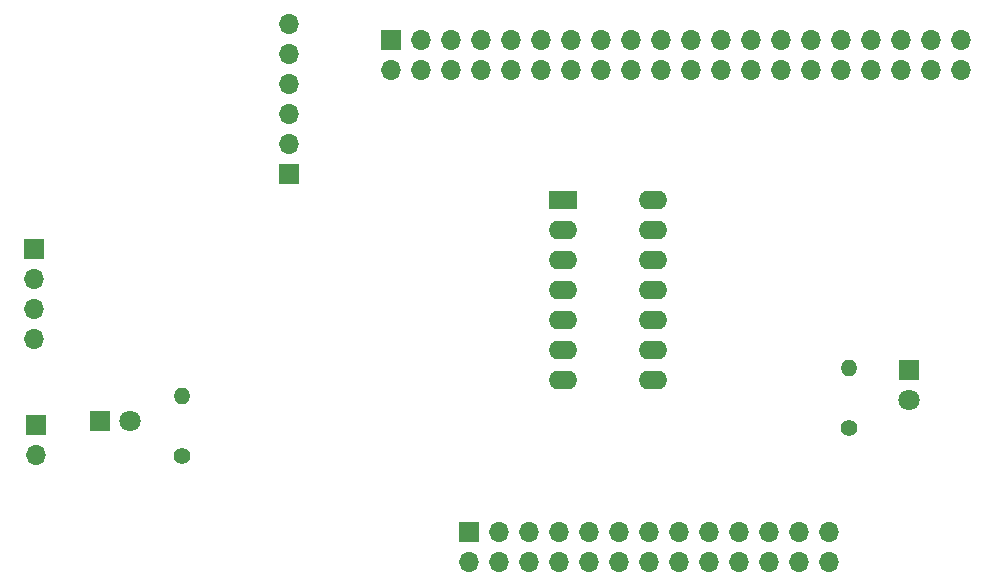
<source format=gts>
G04 #@! TF.GenerationSoftware,KiCad,Pcbnew,(5.1.10)-1*
G04 #@! TF.CreationDate,2023-02-08T16:19:39+02:00*
G04 #@! TF.ProjectId,rpi_shieled_2,7270695f-7368-4696-956c-65645f322e6b,rev?*
G04 #@! TF.SameCoordinates,Original*
G04 #@! TF.FileFunction,Soldermask,Top*
G04 #@! TF.FilePolarity,Negative*
%FSLAX46Y46*%
G04 Gerber Fmt 4.6, Leading zero omitted, Abs format (unit mm)*
G04 Created by KiCad (PCBNEW (5.1.10)-1) date 2023-02-08 16:19:39*
%MOMM*%
%LPD*%
G01*
G04 APERTURE LIST*
%ADD10R,1.800000X1.800000*%
%ADD11C,1.800000*%
%ADD12O,1.700000X1.700000*%
%ADD13R,1.700000X1.700000*%
%ADD14C,1.400000*%
%ADD15O,1.400000X1.400000*%
%ADD16O,2.400000X1.600000*%
%ADD17R,2.400000X1.600000*%
G04 APERTURE END LIST*
D10*
X178650000Y-109110000D03*
D11*
X178650000Y-111650000D03*
X112660000Y-113470000D03*
D10*
X110120000Y-113470000D03*
D12*
X183030000Y-83690000D03*
X183030000Y-81150000D03*
X180490000Y-83690000D03*
X180490000Y-81150000D03*
X177950000Y-83690000D03*
X177950000Y-81150000D03*
X175410000Y-83690000D03*
X175410000Y-81150000D03*
X172870000Y-83690000D03*
X172870000Y-81150000D03*
X170330000Y-83690000D03*
X170330000Y-81150000D03*
X167790000Y-83690000D03*
X167790000Y-81150000D03*
X165250000Y-83690000D03*
X165250000Y-81150000D03*
X162710000Y-83690000D03*
X162710000Y-81150000D03*
X160170000Y-83690000D03*
X160170000Y-81150000D03*
X157630000Y-83690000D03*
X157630000Y-81150000D03*
X155090000Y-83690000D03*
X155090000Y-81150000D03*
X152550000Y-83690000D03*
X152550000Y-81150000D03*
X150010000Y-83690000D03*
X150010000Y-81150000D03*
X147470000Y-83690000D03*
X147470000Y-81150000D03*
X144930000Y-83690000D03*
X144930000Y-81150000D03*
X142390000Y-83690000D03*
X142390000Y-81150000D03*
X139850000Y-83690000D03*
X139850000Y-81150000D03*
X137310000Y-83690000D03*
X137310000Y-81150000D03*
X134770000Y-83690000D03*
D13*
X134770000Y-81150000D03*
D12*
X104530000Y-106530000D03*
X104530000Y-103990000D03*
X104530000Y-101450000D03*
D13*
X104530000Y-98910000D03*
D12*
X104720000Y-116310000D03*
D13*
X104720000Y-113770000D03*
D12*
X126120000Y-79810000D03*
X126120000Y-82350000D03*
X126120000Y-84890000D03*
X126120000Y-87430000D03*
X126120000Y-89970000D03*
D13*
X126120000Y-92510000D03*
D12*
X171900000Y-125380000D03*
X171900000Y-122840000D03*
X169360000Y-125380000D03*
X169360000Y-122840000D03*
X166820000Y-125380000D03*
X166820000Y-122840000D03*
X164280000Y-125380000D03*
X164280000Y-122840000D03*
X161740000Y-125380000D03*
X161740000Y-122840000D03*
X159200000Y-125380000D03*
X159200000Y-122840000D03*
X156660000Y-125380000D03*
X156660000Y-122840000D03*
X154120000Y-125380000D03*
X154120000Y-122840000D03*
X151580000Y-125380000D03*
X151580000Y-122840000D03*
X149040000Y-125380000D03*
X149040000Y-122840000D03*
X146500000Y-125380000D03*
X146500000Y-122840000D03*
X143960000Y-125380000D03*
X143960000Y-122840000D03*
X141420000Y-125380000D03*
D13*
X141420000Y-122840000D03*
D14*
X173530000Y-114040000D03*
D15*
X173530000Y-108960000D03*
X117070000Y-111310000D03*
D14*
X117070000Y-116390000D03*
D16*
X156970000Y-94690000D03*
X149350000Y-109930000D03*
X156970000Y-97230000D03*
X149350000Y-107390000D03*
X156970000Y-99770000D03*
X149350000Y-104850000D03*
X156970000Y-102310000D03*
X149350000Y-102310000D03*
X156970000Y-104850000D03*
X149350000Y-99770000D03*
X156970000Y-107390000D03*
X149350000Y-97230000D03*
X156970000Y-109930000D03*
D17*
X149350000Y-94690000D03*
M02*

</source>
